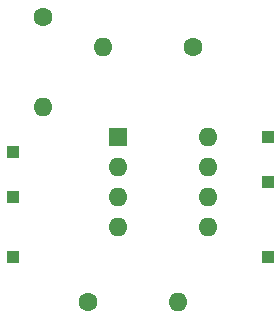
<source format=gbr>
G04 #@! TF.FileFunction,Copper,L1,Top,Signal*
%FSLAX46Y46*%
G04 Gerber Fmt 4.6, Leading zero omitted, Abs format (unit mm)*
G04 Created by KiCad (PCBNEW 4.0.7) date 01/29/19 23:06:21*
%MOMM*%
%LPD*%
G01*
G04 APERTURE LIST*
%ADD10C,0.100000*%
%ADD11R,1.000000X1.000000*%
%ADD12C,1.600000*%
%ADD13O,1.600000X1.600000*%
%ADD14R,1.600000X1.600000*%
G04 APERTURE END LIST*
D10*
D11*
X139700000Y-76200000D03*
X118110000Y-86360000D03*
X118110000Y-81280000D03*
X139700000Y-80010000D03*
D12*
X133350000Y-68580000D03*
D13*
X125730000Y-68580000D03*
D12*
X120650000Y-66040000D03*
D13*
X120650000Y-73660000D03*
D12*
X124460000Y-90170000D03*
D13*
X132080000Y-90170000D03*
D14*
X127000000Y-76200000D03*
D13*
X134620000Y-83820000D03*
X127000000Y-78740000D03*
X134620000Y-81280000D03*
X127000000Y-81280000D03*
X134620000Y-78740000D03*
X127000000Y-83820000D03*
X134620000Y-76200000D03*
D11*
X118110000Y-77470000D03*
X139700000Y-86360000D03*
M02*

</source>
